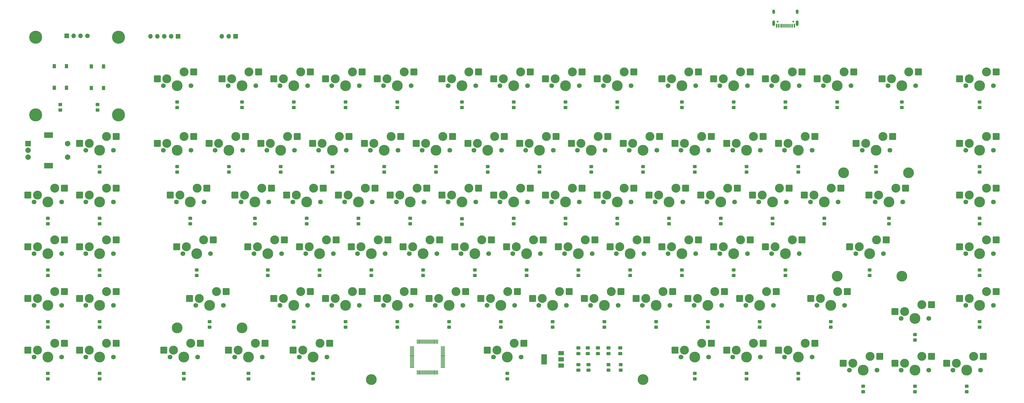
<source format=gbs>
G04 #@! TF.GenerationSoftware,KiCad,Pcbnew,(6.0.11)*
G04 #@! TF.CreationDate,2023-03-01T19:49:01+07:00*
G04 #@! TF.ProjectId,QCK,51434b2e-6b69-4636-9164-5f7063625858,rev?*
G04 #@! TF.SameCoordinates,Original*
G04 #@! TF.FileFunction,Soldermask,Bot*
G04 #@! TF.FilePolarity,Negative*
%FSLAX46Y46*%
G04 Gerber Fmt 4.6, Leading zero omitted, Abs format (unit mm)*
G04 Created by KiCad (PCBNEW (6.0.11)) date 2023-03-01 19:49:01*
%MOMM*%
%LPD*%
G01*
G04 APERTURE LIST*
G04 Aperture macros list*
%AMRoundRect*
0 Rectangle with rounded corners*
0 $1 Rounding radius*
0 $2 $3 $4 $5 $6 $7 $8 $9 X,Y pos of 4 corners*
0 Add a 4 corners polygon primitive as box body*
4,1,4,$2,$3,$4,$5,$6,$7,$8,$9,$2,$3,0*
0 Add four circle primitives for the rounded corners*
1,1,$1+$1,$2,$3*
1,1,$1+$1,$4,$5*
1,1,$1+$1,$6,$7*
1,1,$1+$1,$8,$9*
0 Add four rect primitives between the rounded corners*
20,1,$1+$1,$2,$3,$4,$5,0*
20,1,$1+$1,$4,$5,$6,$7,0*
20,1,$1+$1,$6,$7,$8,$9,0*
20,1,$1+$1,$8,$9,$2,$3,0*%
G04 Aperture macros list end*
%ADD10R,1.700000X1.700000*%
%ADD11O,1.700000X1.700000*%
%ADD12C,1.700000*%
%ADD13C,4.800000*%
%ADD14R,2.000000X2.000000*%
%ADD15C,2.000000*%
%ADD16R,3.200000X2.000000*%
%ADD17RoundRect,0.250000X0.450000X-0.325000X0.450000X0.325000X-0.450000X0.325000X-0.450000X-0.325000X0*%
%ADD18C,3.987800*%
%ADD19C,1.750000*%
%ADD20RoundRect,0.250000X1.025000X1.000000X-1.025000X1.000000X-1.025000X-1.000000X1.025000X-1.000000X0*%
%ADD21C,3.300000*%
%ADD22R,1.300000X1.550000*%
%ADD23R,2.000000X1.500000*%
%ADD24R,2.000000X3.800000*%
%ADD25RoundRect,0.075000X-0.700000X-0.075000X0.700000X-0.075000X0.700000X0.075000X-0.700000X0.075000X0*%
%ADD26RoundRect,0.075000X-0.075000X-0.700000X0.075000X-0.700000X0.075000X0.700000X-0.075000X0.700000X0*%
%ADD27RoundRect,0.250000X-0.450000X0.350000X-0.450000X-0.350000X0.450000X-0.350000X0.450000X0.350000X0*%
%ADD28RoundRect,0.250000X0.475000X-0.337500X0.475000X0.337500X-0.475000X0.337500X-0.475000X-0.337500X0*%
%ADD29C,0.650000*%
%ADD30R,0.600000X1.450000*%
%ADD31R,0.300000X1.450000*%
%ADD32O,1.000000X2.100000*%
%ADD33O,1.000000X1.600000*%
G04 APERTURE END LIST*
D10*
X22778125Y-3833743D03*
D11*
X25318125Y-3833743D03*
X27858125Y-3833743D03*
D12*
X30398125Y-3833743D03*
D13*
X11388125Y-4333743D03*
X41888125Y-4333743D03*
X11388125Y-32933743D03*
X41888125Y-32933743D03*
D10*
X63810000Y-3966243D03*
D11*
X61270000Y-3966243D03*
X58730000Y-3966243D03*
X56190000Y-3966243D03*
X53650000Y-3966243D03*
D10*
X84928750Y-3966243D03*
D11*
X82388750Y-3966243D03*
X79848750Y-3966243D03*
D14*
X8622500Y-43534993D03*
D15*
X8622500Y-48534993D03*
X8622500Y-46034993D03*
D16*
X16122500Y-40434993D03*
X16122500Y-51634993D03*
D15*
X23122500Y-48534993D03*
X23122500Y-43534993D03*
D17*
X334960000Y-135022493D03*
X334960000Y-132972493D03*
X168272500Y-73253743D03*
X168272500Y-71203743D03*
D18*
X273047500Y-46034993D03*
D19*
X267967500Y-46034993D03*
X278127500Y-46034993D03*
D20*
X265687500Y-43494993D03*
D21*
X269237500Y-43494993D03*
D20*
X279137500Y-40954993D03*
D21*
X275587500Y-40954993D03*
D17*
X358772500Y-111209993D03*
X358772500Y-109159993D03*
D19*
X311465000Y-22222493D03*
X301305000Y-22222493D03*
D18*
X306385000Y-22222493D03*
D21*
X302575000Y-19682493D03*
D20*
X299025000Y-19682493D03*
D21*
X308925000Y-17142493D03*
D20*
X312475000Y-17142493D03*
D17*
X89691250Y-130259993D03*
X89691250Y-128209993D03*
D19*
X248917500Y-46034993D03*
D18*
X253997500Y-46034993D03*
D19*
X259077500Y-46034993D03*
D21*
X250187500Y-43494993D03*
D20*
X246637500Y-43494993D03*
X260087500Y-40954993D03*
D21*
X256537500Y-40954993D03*
D17*
X106360000Y-111209993D03*
X106360000Y-109159993D03*
D19*
X96517500Y-46034993D03*
D18*
X101597500Y-46034993D03*
D19*
X106677500Y-46034993D03*
D20*
X94237500Y-43494993D03*
D21*
X97787500Y-43494993D03*
D20*
X107687500Y-40954993D03*
D21*
X104137500Y-40954993D03*
D19*
X111440000Y-103184993D03*
X101280000Y-103184993D03*
D18*
X106360000Y-103184993D03*
D21*
X102550000Y-100644993D03*
D20*
X99000000Y-100644993D03*
X112450000Y-98104993D03*
D21*
X108900000Y-98104993D03*
D17*
X325435000Y-73109993D03*
X325435000Y-71059993D03*
D22*
X31864375Y-15067493D03*
X31864375Y-23017493D03*
X36364375Y-15067493D03*
X36364375Y-23017493D03*
D19*
X248917500Y-122234993D03*
D18*
X253997500Y-122234993D03*
D19*
X259077500Y-122234993D03*
D20*
X246637500Y-119694993D03*
D21*
X250187500Y-119694993D03*
D20*
X260087500Y-117154993D03*
D21*
X256537500Y-117154993D03*
D18*
X65878750Y-122234993D03*
D19*
X70958750Y-122234993D03*
X60798750Y-122234993D03*
D20*
X58518750Y-119694993D03*
D21*
X62068750Y-119694993D03*
D20*
X71968750Y-117154993D03*
D21*
X68418750Y-117154993D03*
D18*
X139697500Y-46034993D03*
D19*
X144777500Y-46034993D03*
X134617500Y-46034993D03*
D21*
X135887500Y-43494993D03*
D20*
X132337500Y-43494993D03*
D21*
X142237500Y-40954993D03*
D20*
X145787500Y-40954993D03*
D17*
X334960000Y-115972493D03*
X334960000Y-113922493D03*
X15872500Y-111209993D03*
X15872500Y-109159993D03*
X287335000Y-92159993D03*
X287335000Y-90109993D03*
D19*
X163192500Y-65084993D03*
X173352500Y-65084993D03*
D18*
X168272500Y-65084993D03*
D21*
X164462500Y-62544993D03*
D20*
X160912500Y-62544993D03*
D21*
X170812500Y-60004993D03*
D20*
X174362500Y-60004993D03*
D17*
X187322500Y-73109993D03*
X187322500Y-71059993D03*
D19*
X325752500Y-46034993D03*
D18*
X320672500Y-46034993D03*
D19*
X315592500Y-46034993D03*
D20*
X313312500Y-43494993D03*
D21*
X316862500Y-43494993D03*
X323212500Y-40954993D03*
D20*
X326762500Y-40954993D03*
D19*
X10792500Y-84134993D03*
D18*
X15872500Y-84134993D03*
D19*
X20952500Y-84134993D03*
D21*
X12062500Y-81594993D03*
D20*
X8512500Y-81594993D03*
X21962500Y-79054993D03*
D21*
X18412500Y-79054993D03*
D18*
X34922500Y-46034993D03*
D19*
X29842500Y-46034993D03*
X40002500Y-46034993D03*
D18*
X34922500Y-46034993D03*
D21*
X31112500Y-43494993D03*
D20*
X27562500Y-43494993D03*
X41012500Y-40954993D03*
D21*
X37462500Y-40954993D03*
D19*
X75721250Y-84134993D03*
X65561250Y-84134993D03*
D18*
X70641250Y-84134993D03*
D21*
X66831250Y-81594993D03*
D20*
X63281250Y-81594993D03*
D21*
X73181250Y-79054993D03*
D20*
X76731250Y-79054993D03*
D17*
X244472500Y-73109993D03*
X244472500Y-71059993D03*
X220660000Y-111209993D03*
X220660000Y-109159993D03*
D19*
X353692500Y-84134993D03*
X363852500Y-84134993D03*
D18*
X358772500Y-84134993D03*
D21*
X354962500Y-81594993D03*
D20*
X351412500Y-81594993D03*
D21*
X361312500Y-79054993D03*
D20*
X364862500Y-79054993D03*
D17*
X34922500Y-73109993D03*
X34922500Y-71059993D03*
X318291250Y-92159993D03*
X318291250Y-90109993D03*
D18*
X234947500Y-130489993D03*
X134935000Y-130489993D03*
D17*
X211135000Y-92159993D03*
X211135000Y-90109993D03*
X173035000Y-92159993D03*
X173035000Y-90109993D03*
D18*
X273047500Y-122234993D03*
D19*
X278127500Y-122234993D03*
X267967500Y-122234993D03*
D20*
X265687500Y-119694993D03*
D21*
X269237500Y-119694993D03*
X275587500Y-117154993D03*
D20*
X279137500Y-117154993D03*
D17*
X92072500Y-73109993D03*
X92072500Y-71059993D03*
D18*
X87310000Y-22222493D03*
D19*
X92390000Y-22222493D03*
X82230000Y-22222493D03*
D21*
X83500000Y-19682493D03*
D20*
X79950000Y-19682493D03*
X93400000Y-17142493D03*
D21*
X89850000Y-17142493D03*
D19*
X282255000Y-22222493D03*
D18*
X287335000Y-22222493D03*
D19*
X292415000Y-22222493D03*
D21*
X283525000Y-19682493D03*
D20*
X279975000Y-19682493D03*
D21*
X289875000Y-17142493D03*
D20*
X293425000Y-17142493D03*
D18*
X89691250Y-122234993D03*
D19*
X94771250Y-122234993D03*
X84611250Y-122234993D03*
D20*
X82331250Y-119694993D03*
D21*
X85881250Y-119694993D03*
X92231250Y-117154993D03*
D20*
X95781250Y-117154993D03*
D17*
X277810000Y-111209993D03*
X277810000Y-109159993D03*
D19*
X329880000Y-107947493D03*
X340040000Y-107947493D03*
D18*
X334960000Y-107947493D03*
D21*
X331150000Y-105407493D03*
D20*
X327600000Y-105407493D03*
D21*
X337500000Y-102867493D03*
D20*
X341050000Y-102867493D03*
D17*
X63497500Y-30247493D03*
X63497500Y-28197493D03*
D18*
X163510000Y-103184993D03*
D19*
X168590000Y-103184993D03*
X158430000Y-103184993D03*
D20*
X156150000Y-100644993D03*
D21*
X159700000Y-100644993D03*
X166050000Y-98104993D03*
D20*
X169600000Y-98104993D03*
D19*
X40002500Y-122234993D03*
D18*
X34922500Y-122234993D03*
D19*
X29842500Y-122234993D03*
D21*
X31112500Y-119694993D03*
D20*
X27562500Y-119694993D03*
X41012500Y-117154993D03*
D21*
X37462500Y-117154993D03*
D17*
X253997500Y-54059993D03*
X253997500Y-52009993D03*
D18*
X187322500Y-65084993D03*
D19*
X182242500Y-65084993D03*
X192402500Y-65084993D03*
D20*
X179962500Y-62544993D03*
D21*
X183512500Y-62544993D03*
X189862500Y-60004993D03*
D20*
X193412500Y-60004993D03*
D17*
X253997500Y-130259993D03*
X253997500Y-128209993D03*
X187322500Y-30247493D03*
X187322500Y-28197493D03*
X358772500Y-30247493D03*
X358772500Y-28197493D03*
D19*
X263205000Y-84134993D03*
X273365000Y-84134993D03*
D18*
X268285000Y-84134993D03*
D21*
X264475000Y-81594993D03*
D20*
X260925000Y-81594993D03*
D21*
X270825000Y-79054993D03*
D20*
X274375000Y-79054993D03*
D17*
X306385000Y-30247493D03*
X306385000Y-28197493D03*
X75403750Y-111209993D03*
X75403750Y-109159993D03*
X206372500Y-73109993D03*
X206372500Y-71059993D03*
D19*
X148905000Y-84134993D03*
X159065000Y-84134993D03*
D18*
X153985000Y-84134993D03*
D21*
X150175000Y-81594993D03*
D20*
X146625000Y-81594993D03*
D21*
X156525000Y-79054993D03*
D20*
X160075000Y-79054993D03*
D23*
X204760000Y-120728743D03*
D24*
X198460000Y-123028743D03*
D23*
X204760000Y-123028743D03*
X204760000Y-125328743D03*
D18*
X211135000Y-84134993D03*
D19*
X206055000Y-84134993D03*
X216215000Y-84134993D03*
D21*
X207325000Y-81594993D03*
D20*
X203775000Y-81594993D03*
D21*
X213675000Y-79054993D03*
D20*
X217225000Y-79054993D03*
D19*
X225105000Y-84134993D03*
D18*
X230185000Y-84134993D03*
D19*
X235265000Y-84134993D03*
D21*
X226375000Y-81594993D03*
D20*
X222825000Y-81594993D03*
D21*
X232725000Y-79054993D03*
D20*
X236275000Y-79054993D03*
D19*
X20952500Y-122234993D03*
X10792500Y-122234993D03*
D18*
X15872500Y-122234993D03*
D20*
X8512500Y-119694993D03*
D21*
X12062500Y-119694993D03*
D20*
X21962500Y-117154993D03*
D21*
X18412500Y-117154993D03*
D17*
X115885000Y-92159993D03*
X115885000Y-90109993D03*
D18*
X34922500Y-65084993D03*
D19*
X40002500Y-65084993D03*
X29842500Y-65084993D03*
D20*
X27562500Y-62544993D03*
D21*
X31112500Y-62544993D03*
X37462500Y-60004993D03*
D20*
X41012500Y-60004993D03*
D19*
X182242500Y-22222493D03*
D18*
X187322500Y-22222493D03*
D19*
X192402500Y-22222493D03*
D20*
X179962500Y-19682493D03*
D21*
X183512500Y-19682493D03*
D20*
X193412500Y-17142493D03*
D21*
X189862500Y-17142493D03*
D19*
X254315000Y-84134993D03*
D18*
X249235000Y-84134993D03*
D19*
X244155000Y-84134993D03*
D21*
X245425000Y-81594993D03*
D20*
X241875000Y-81594993D03*
D21*
X251775000Y-79054993D03*
D20*
X255325000Y-79054993D03*
D18*
X304003750Y-103184993D03*
D19*
X298923750Y-103184993D03*
X309083750Y-103184993D03*
D21*
X300193750Y-100644993D03*
D20*
X296643750Y-100644993D03*
D21*
X306543750Y-98104993D03*
D20*
X310093750Y-98104993D03*
D25*
X149897500Y-125984993D03*
X149897500Y-125484993D03*
X149897500Y-124984993D03*
X149897500Y-124484993D03*
X149897500Y-123984993D03*
X149897500Y-123484993D03*
X149897500Y-122984993D03*
X149897500Y-122484993D03*
X149897500Y-121984993D03*
X149897500Y-121484993D03*
X149897500Y-120984993D03*
X149897500Y-120484993D03*
X149897500Y-119984993D03*
X149897500Y-119484993D03*
X149897500Y-118984993D03*
X149897500Y-118484993D03*
D26*
X151822500Y-116559993D03*
X152322500Y-116559993D03*
X152822500Y-116559993D03*
X153322500Y-116559993D03*
X153822500Y-116559993D03*
X154322500Y-116559993D03*
X154822500Y-116559993D03*
X155322500Y-116559993D03*
X155822500Y-116559993D03*
X156322500Y-116559993D03*
X156822500Y-116559993D03*
X157322500Y-116559993D03*
X157822500Y-116559993D03*
X158322500Y-116559993D03*
X158822500Y-116559993D03*
X159322500Y-116559993D03*
D25*
X161247500Y-118484993D03*
X161247500Y-118984993D03*
X161247500Y-119484993D03*
X161247500Y-119984993D03*
X161247500Y-120484993D03*
X161247500Y-120984993D03*
X161247500Y-121484993D03*
X161247500Y-121984993D03*
X161247500Y-122484993D03*
X161247500Y-122984993D03*
X161247500Y-123484993D03*
X161247500Y-123984993D03*
X161247500Y-124484993D03*
X161247500Y-124984993D03*
X161247500Y-125484993D03*
X161247500Y-125984993D03*
D26*
X159322500Y-127909993D03*
X158822500Y-127909993D03*
X158322500Y-127909993D03*
X157822500Y-127909993D03*
X157322500Y-127909993D03*
X156822500Y-127909993D03*
X156322500Y-127909993D03*
X155822500Y-127909993D03*
X155322500Y-127909993D03*
X154822500Y-127909993D03*
X154322500Y-127909993D03*
X153822500Y-127909993D03*
X153322500Y-127909993D03*
X152822500Y-127909993D03*
X152322500Y-127909993D03*
X151822500Y-127909993D03*
D17*
X70641250Y-92159993D03*
X70641250Y-90109993D03*
X34922500Y-130259993D03*
X34922500Y-128209993D03*
X125410000Y-111209993D03*
X125410000Y-109159993D03*
D27*
X222247500Y-124997493D03*
X222247500Y-126997493D03*
D17*
X196847500Y-54059993D03*
X196847500Y-52009993D03*
D18*
X63497500Y-46034993D03*
D19*
X68577500Y-46034993D03*
X58417500Y-46034993D03*
D20*
X56137500Y-43494993D03*
D21*
X59687500Y-43494993D03*
X66037500Y-40954993D03*
D20*
X69587500Y-40954993D03*
D18*
X358772500Y-22222493D03*
D19*
X353692500Y-22222493D03*
X363852500Y-22222493D03*
D21*
X354962500Y-19682493D03*
D20*
X351412500Y-19682493D03*
D21*
X361312500Y-17142493D03*
D20*
X364862500Y-17142493D03*
D18*
X168272500Y-22222493D03*
D19*
X163192500Y-22222493D03*
X173352500Y-22222493D03*
D21*
X164462500Y-19682493D03*
D20*
X160912500Y-19682493D03*
X174362500Y-17142493D03*
D21*
X170812500Y-17142493D03*
D19*
X325117500Y-22222493D03*
D18*
X330197500Y-22222493D03*
D19*
X335277500Y-22222493D03*
D21*
X326387500Y-19682493D03*
D20*
X322837500Y-19682493D03*
D21*
X332737500Y-17142493D03*
D20*
X336287500Y-17142493D03*
D19*
X91755000Y-84134993D03*
X101915000Y-84134993D03*
D18*
X96835000Y-84134993D03*
D21*
X93025000Y-81594993D03*
D20*
X89475000Y-81594993D03*
D21*
X99375000Y-79054993D03*
D20*
X102925000Y-79054993D03*
D17*
X106360000Y-30247493D03*
X106360000Y-28197493D03*
D18*
X263522500Y-65084993D03*
D19*
X268602500Y-65084993D03*
X258442500Y-65084993D03*
D20*
X256162500Y-62544993D03*
D21*
X259712500Y-62544993D03*
X266062500Y-60004993D03*
D20*
X269612500Y-60004993D03*
D18*
X206372500Y-22222493D03*
D19*
X211452500Y-22222493D03*
X201292500Y-22222493D03*
D20*
X199012500Y-19682493D03*
D21*
X202562500Y-19682493D03*
D20*
X212462500Y-17142493D03*
D21*
X208912500Y-17142493D03*
D17*
X268285000Y-30247493D03*
X268285000Y-28197493D03*
X149222500Y-73109993D03*
X149222500Y-71059993D03*
D19*
X230502500Y-65084993D03*
X220342500Y-65084993D03*
D18*
X225422500Y-65084993D03*
D20*
X218062500Y-62544993D03*
D21*
X221612500Y-62544993D03*
D20*
X231512500Y-60004993D03*
D21*
X227962500Y-60004993D03*
D17*
X358772500Y-92159993D03*
X358772500Y-90109993D03*
D19*
X313211250Y-84134993D03*
X323371250Y-84134993D03*
D18*
X318291250Y-84134993D03*
D20*
X310931250Y-81594993D03*
D21*
X314481250Y-81594993D03*
D20*
X324381250Y-79054993D03*
D21*
X320831250Y-79054993D03*
D17*
X249235000Y-92159993D03*
X249235000Y-90109993D03*
X263522500Y-73109993D03*
X263522500Y-71059993D03*
D28*
X222247500Y-120891243D03*
X222247500Y-118816243D03*
D18*
X358772500Y-46034993D03*
D19*
X353692500Y-46034993D03*
X363852500Y-46034993D03*
D21*
X354962500Y-43494993D03*
D20*
X351412500Y-43494993D03*
X364862500Y-40954993D03*
D21*
X361312500Y-40954993D03*
D18*
X330197500Y-92389993D03*
X306385000Y-92389993D03*
D27*
X226672500Y-124997493D03*
X226672500Y-126997493D03*
D17*
X273047500Y-130259993D03*
X273047500Y-128209993D03*
X292097500Y-130259993D03*
X292097500Y-128209993D03*
D19*
X310830000Y-126997493D03*
D18*
X315910000Y-126997493D03*
D19*
X320990000Y-126997493D03*
D20*
X308550000Y-124457493D03*
D21*
X312100000Y-124457493D03*
X318450000Y-121917493D03*
D20*
X322000000Y-121917493D03*
D19*
X297177500Y-122234993D03*
D18*
X292097500Y-122234993D03*
D19*
X287017500Y-122234993D03*
D21*
X288287500Y-119694993D03*
D20*
X284737500Y-119694993D03*
X298187500Y-117154993D03*
D21*
X294637500Y-117154993D03*
D18*
X111122500Y-65084993D03*
D19*
X116202500Y-65084993D03*
X106042500Y-65084993D03*
D21*
X107312500Y-62544993D03*
D20*
X103762500Y-62544993D03*
X117212500Y-60004993D03*
D21*
X113662500Y-60004993D03*
D19*
X220342500Y-22222493D03*
D18*
X225422500Y-22222493D03*
D19*
X230502500Y-22222493D03*
D21*
X221612500Y-19682493D03*
D20*
X218062500Y-19682493D03*
D21*
X227962500Y-17142493D03*
D20*
X231512500Y-17142493D03*
D19*
X86992500Y-65084993D03*
X97152500Y-65084993D03*
D18*
X92072500Y-65084993D03*
D21*
X88262500Y-62544993D03*
D20*
X84712500Y-62544993D03*
X98162500Y-60004993D03*
D21*
X94612500Y-60004993D03*
D17*
X358772500Y-54059993D03*
X358772500Y-52009993D03*
X130172500Y-73109993D03*
X130172500Y-71059993D03*
D19*
X63180000Y-65084993D03*
X73340000Y-65084993D03*
D18*
X68260000Y-65084993D03*
D20*
X60900000Y-62544993D03*
D21*
X64450000Y-62544993D03*
X70800000Y-60004993D03*
D20*
X74350000Y-60004993D03*
D17*
X113503750Y-130259993D03*
X113503750Y-128209993D03*
D19*
X179861250Y-122234993D03*
D18*
X184941250Y-122234993D03*
D19*
X190021250Y-122234993D03*
D21*
X181131250Y-119694993D03*
D20*
X177581250Y-119694993D03*
D21*
X187481250Y-117154993D03*
D20*
X191031250Y-117154993D03*
D17*
X144460000Y-111209993D03*
X144460000Y-109159993D03*
X282572500Y-73109993D03*
X282572500Y-71059993D03*
D19*
X187005000Y-84134993D03*
X197165000Y-84134993D03*
D18*
X192085000Y-84134993D03*
D21*
X188275000Y-81594993D03*
D20*
X184725000Y-81594993D03*
D21*
X194625000Y-79054993D03*
D20*
X198175000Y-79054993D03*
D17*
X34922500Y-54059993D03*
X34922500Y-52009993D03*
D28*
X214860000Y-127034993D03*
X214860000Y-124959993D03*
D17*
X320672500Y-54059993D03*
X320672500Y-52009993D03*
X120647500Y-54059993D03*
X120647500Y-52009993D03*
X268285000Y-92159993D03*
X268285000Y-90109993D03*
D19*
X177480000Y-103184993D03*
X187640000Y-103184993D03*
D18*
X182560000Y-103184993D03*
D20*
X175200000Y-100644993D03*
D21*
X178750000Y-100644993D03*
D20*
X188650000Y-98104993D03*
D21*
X185100000Y-98104993D03*
D17*
X111122500Y-73109993D03*
X111122500Y-71059993D03*
D28*
X218278750Y-120891243D03*
X218278750Y-118816243D03*
D19*
X234630000Y-103184993D03*
D18*
X239710000Y-103184993D03*
D19*
X244790000Y-103184993D03*
D21*
X235900000Y-100644993D03*
D20*
X232350000Y-100644993D03*
D21*
X242250000Y-98104993D03*
D20*
X245800000Y-98104993D03*
D19*
X125727500Y-46034993D03*
X115567500Y-46034993D03*
D18*
X120647500Y-46034993D03*
D21*
X116837500Y-43494993D03*
D20*
X113287500Y-43494993D03*
X126737500Y-40954993D03*
D21*
X123187500Y-40954993D03*
D17*
X65878750Y-130259993D03*
X65878750Y-128209993D03*
X125410000Y-30247493D03*
X125410000Y-28197493D03*
D19*
X149540000Y-103184993D03*
X139380000Y-103184993D03*
D18*
X144460000Y-103184993D03*
D21*
X140650000Y-100644993D03*
D20*
X137100000Y-100644993D03*
D21*
X147000000Y-98104993D03*
D20*
X150550000Y-98104993D03*
D17*
X163510000Y-111209993D03*
X163510000Y-109159993D03*
X63497500Y-54059993D03*
X63497500Y-52009993D03*
X239710000Y-111209993D03*
X239710000Y-109159993D03*
D18*
X308766250Y-54289993D03*
X332578750Y-54289993D03*
D17*
X225422500Y-30247493D03*
X225422500Y-28197493D03*
D19*
X296542500Y-65084993D03*
X306702500Y-65084993D03*
D18*
X301622500Y-65084993D03*
D21*
X297812500Y-62544993D03*
D20*
X294262500Y-62544993D03*
X307712500Y-60004993D03*
D21*
X304162500Y-60004993D03*
D17*
X287335000Y-30247493D03*
X287335000Y-28197493D03*
X158747500Y-54059993D03*
X158747500Y-52009993D03*
X206372500Y-30247493D03*
X206372500Y-28197493D03*
X82547500Y-54059993D03*
X82547500Y-52009993D03*
X34922500Y-111209993D03*
X34922500Y-109159993D03*
X225422500Y-73109993D03*
X225422500Y-71059993D03*
X34922500Y-92159993D03*
X34922500Y-90109993D03*
D18*
X258760000Y-103184993D03*
D19*
X253680000Y-103184993D03*
X263840000Y-103184993D03*
D21*
X254950000Y-100644993D03*
D20*
X251400000Y-100644993D03*
X264850000Y-98104993D03*
D21*
X261300000Y-98104993D03*
D19*
X320355000Y-65084993D03*
X330515000Y-65084993D03*
D18*
X325435000Y-65084993D03*
D21*
X321625000Y-62544993D03*
D20*
X318075000Y-62544993D03*
X331525000Y-60004993D03*
D21*
X327975000Y-60004993D03*
D17*
X304003750Y-111209993D03*
X304003750Y-109159993D03*
D19*
X277492500Y-65084993D03*
D18*
X282572500Y-65084993D03*
D19*
X287652500Y-65084993D03*
D20*
X275212500Y-62544993D03*
D21*
X278762500Y-62544993D03*
X285112500Y-60004993D03*
D20*
X288662500Y-60004993D03*
D18*
X130172500Y-65084993D03*
D19*
X125092500Y-65084993D03*
X135252500Y-65084993D03*
D21*
X126362500Y-62544993D03*
D20*
X122812500Y-62544993D03*
X136262500Y-60004993D03*
D21*
X132712500Y-60004993D03*
D27*
X34134375Y-29142493D03*
X34134375Y-31142493D03*
D19*
X220977500Y-46034993D03*
D18*
X215897500Y-46034993D03*
D19*
X210817500Y-46034993D03*
D21*
X212087500Y-43494993D03*
D20*
X208537500Y-43494993D03*
X221987500Y-40954993D03*
D21*
X218437500Y-40954993D03*
D17*
X182560000Y-111209993D03*
X182560000Y-109159993D03*
D19*
X10792500Y-103184993D03*
D18*
X15872500Y-103184993D03*
D19*
X20952500Y-103184993D03*
D21*
X12062500Y-100644993D03*
D20*
X8512500Y-100644993D03*
D21*
X18412500Y-98104993D03*
D20*
X21962500Y-98104993D03*
D18*
X134935000Y-84134993D03*
D19*
X140015000Y-84134993D03*
X129855000Y-84134993D03*
D21*
X131125000Y-81594993D03*
D20*
X127575000Y-81594993D03*
D21*
X137475000Y-79054993D03*
D20*
X141025000Y-79054993D03*
D18*
X358772500Y-103184993D03*
D19*
X353692500Y-103184993D03*
X363852500Y-103184993D03*
D20*
X351412500Y-100644993D03*
D21*
X354962500Y-100644993D03*
D20*
X364862500Y-98104993D03*
D21*
X361312500Y-98104993D03*
D17*
X201610000Y-111209993D03*
X201610000Y-109159993D03*
X153985000Y-92159993D03*
X153985000Y-90109993D03*
D18*
X234947500Y-46034993D03*
D19*
X229867500Y-46034993D03*
X240027500Y-46034993D03*
D20*
X227587500Y-43494993D03*
D21*
X231137500Y-43494993D03*
X237487500Y-40954993D03*
D20*
X241037500Y-40954993D03*
D19*
X297177500Y-46034993D03*
D18*
X292097500Y-46034993D03*
D19*
X287017500Y-46034993D03*
D21*
X288287500Y-43494993D03*
D20*
X284737500Y-43494993D03*
D21*
X294637500Y-40954993D03*
D20*
X298187500Y-40954993D03*
D28*
X226553750Y-120891243D03*
X226553750Y-118816243D03*
D18*
X277810000Y-103184993D03*
D19*
X282890000Y-103184993D03*
X272730000Y-103184993D03*
D20*
X270450000Y-100644993D03*
D21*
X274000000Y-100644993D03*
X280350000Y-98104993D03*
D20*
X283900000Y-98104993D03*
D29*
X284445000Y1371257D03*
X290225000Y1371257D03*
D30*
X284085000Y-73743D03*
X284885000Y-73743D03*
D31*
X286085000Y-73743D03*
X287085000Y-73743D03*
X287585000Y-73743D03*
X288585000Y-73743D03*
D30*
X289785000Y-73743D03*
X290585000Y-73743D03*
X290585000Y-73743D03*
X289785000Y-73743D03*
D31*
X289085000Y-73743D03*
X288085000Y-73743D03*
X286585000Y-73743D03*
X285585000Y-73743D03*
D30*
X284885000Y-73743D03*
X284085000Y-73743D03*
D32*
X283015000Y841257D03*
D33*
X283015000Y5021257D03*
D32*
X291655000Y841257D03*
D33*
X291655000Y5021257D03*
D19*
X68577500Y-22222493D03*
X58417500Y-22222493D03*
D18*
X63497500Y-22222493D03*
D20*
X56137500Y-19682493D03*
D21*
X59687500Y-19682493D03*
X66037500Y-17142493D03*
D20*
X69587500Y-17142493D03*
D27*
X20484375Y-29159993D03*
X20484375Y-31159993D03*
D19*
X244155000Y-22222493D03*
D18*
X249235000Y-22222493D03*
D19*
X254315000Y-22222493D03*
D20*
X241875000Y-19682493D03*
D21*
X245425000Y-19682493D03*
D20*
X255325000Y-17142493D03*
D21*
X251775000Y-17142493D03*
D28*
X211135000Y-127034993D03*
X211135000Y-124959993D03*
D17*
X139697500Y-54059993D03*
X139697500Y-52009993D03*
D18*
X63497500Y-111439993D03*
X87310000Y-111439993D03*
D17*
X315910000Y-135022493D03*
X315910000Y-132972493D03*
D19*
X201292500Y-65084993D03*
X211452500Y-65084993D03*
D18*
X206372500Y-65084993D03*
D21*
X202562500Y-62544993D03*
D20*
X199012500Y-62544993D03*
D21*
X208912500Y-60004993D03*
D20*
X212462500Y-60004993D03*
D19*
X130490000Y-103184993D03*
D18*
X125410000Y-103184993D03*
D19*
X120330000Y-103184993D03*
D20*
X118050000Y-100644993D03*
D21*
X121600000Y-100644993D03*
X127950000Y-98104993D03*
D20*
X131500000Y-98104993D03*
D18*
X144460000Y-22222493D03*
D19*
X139380000Y-22222493D03*
X149540000Y-22222493D03*
D20*
X137100000Y-19682493D03*
D21*
X140650000Y-19682493D03*
X147000000Y-17142493D03*
D20*
X150550000Y-17142493D03*
D17*
X258760000Y-111209993D03*
X258760000Y-109159993D03*
D22*
X18254375Y-14997493D03*
X18254375Y-22947493D03*
X22754375Y-22947493D03*
X22754375Y-14997493D03*
D17*
X273047500Y-54059993D03*
X273047500Y-52009993D03*
D28*
X211135000Y-120891243D03*
X211135000Y-118816243D03*
D19*
X178115000Y-84134993D03*
X167955000Y-84134993D03*
D18*
X173035000Y-84134993D03*
D21*
X169225000Y-81594993D03*
D20*
X165675000Y-81594993D03*
D21*
X175575000Y-79054993D03*
D20*
X179125000Y-79054993D03*
D19*
X329880000Y-126997493D03*
X340040000Y-126997493D03*
D18*
X334960000Y-126997493D03*
D21*
X331150000Y-124457493D03*
D20*
X327600000Y-124457493D03*
X341050000Y-121917493D03*
D21*
X337500000Y-121917493D03*
D18*
X113503750Y-122234993D03*
D19*
X118583750Y-122234993D03*
X108423750Y-122234993D03*
D20*
X106143750Y-119694993D03*
D21*
X109693750Y-119694993D03*
D20*
X119593750Y-117154993D03*
D21*
X116043750Y-117154993D03*
D17*
X215897500Y-54059993D03*
X215897500Y-52009993D03*
X184941250Y-130259993D03*
X184941250Y-128209993D03*
X354010000Y-135022493D03*
X354010000Y-132972493D03*
X301622500Y-73109993D03*
X301622500Y-71059993D03*
D19*
X348930000Y-126997493D03*
X359090000Y-126997493D03*
D18*
X354010000Y-126997493D03*
D20*
X346650000Y-124457493D03*
D21*
X350200000Y-124457493D03*
D20*
X360100000Y-121917493D03*
D21*
X356550000Y-121917493D03*
D19*
X70323750Y-103184993D03*
D18*
X75403750Y-103184993D03*
D19*
X80483750Y-103184993D03*
D21*
X71593750Y-100644993D03*
D20*
X68043750Y-100644993D03*
D21*
X77943750Y-98104993D03*
D20*
X81493750Y-98104993D03*
D17*
X292097500Y-54059993D03*
X292097500Y-52009993D03*
D19*
X120330000Y-22222493D03*
X130490000Y-22222493D03*
D18*
X125410000Y-22222493D03*
D20*
X118050000Y-19682493D03*
D21*
X121600000Y-19682493D03*
X127950000Y-17142493D03*
D20*
X131500000Y-17142493D03*
D17*
X96835000Y-92159993D03*
X96835000Y-90109993D03*
X101597500Y-54059993D03*
X101597500Y-52009993D03*
X177797500Y-54059993D03*
X177797500Y-52009993D03*
D19*
X40002500Y-84134993D03*
X29842500Y-84134993D03*
D18*
X34922500Y-84134993D03*
D20*
X27562500Y-81594993D03*
D21*
X31112500Y-81594993D03*
X37462500Y-79054993D03*
D20*
X41012500Y-79054993D03*
D17*
X68260000Y-73109993D03*
X68260000Y-71059993D03*
X249235000Y-30247493D03*
X249235000Y-28197493D03*
X230185000Y-92159993D03*
X230185000Y-90109993D03*
X358772500Y-73109993D03*
X358772500Y-71059993D03*
D18*
X177797500Y-46034993D03*
D19*
X172717500Y-46034993D03*
X182877500Y-46034993D03*
D21*
X173987500Y-43494993D03*
D20*
X170437500Y-43494993D03*
X183887500Y-40954993D03*
D21*
X180337500Y-40954993D03*
D19*
X263205000Y-22222493D03*
D18*
X268285000Y-22222493D03*
D19*
X273365000Y-22222493D03*
D20*
X260925000Y-19682493D03*
D21*
X264475000Y-19682493D03*
D20*
X274375000Y-17142493D03*
D21*
X270825000Y-17142493D03*
D17*
X134935000Y-92159993D03*
X134935000Y-90109993D03*
D19*
X120965000Y-84134993D03*
D18*
X115885000Y-84134993D03*
D19*
X110805000Y-84134993D03*
D21*
X112075000Y-81594993D03*
D20*
X108525000Y-81594993D03*
D21*
X118425000Y-79054993D03*
D20*
X121975000Y-79054993D03*
D19*
X77467500Y-46034993D03*
X87627500Y-46034993D03*
D18*
X82547500Y-46034993D03*
D20*
X75187500Y-43494993D03*
D21*
X78737500Y-43494993D03*
X85087500Y-40954993D03*
D20*
X88637500Y-40954993D03*
D19*
X196530000Y-103184993D03*
X206690000Y-103184993D03*
D18*
X201610000Y-103184993D03*
D21*
X197800000Y-100644993D03*
D20*
X194250000Y-100644993D03*
X207700000Y-98104993D03*
D21*
X204150000Y-98104993D03*
D17*
X15872500Y-73109993D03*
X15872500Y-71059993D03*
X168272500Y-30247493D03*
X168272500Y-28197493D03*
D19*
X101280000Y-22222493D03*
X111440000Y-22222493D03*
D18*
X106360000Y-22222493D03*
D21*
X102550000Y-19682493D03*
D20*
X99000000Y-19682493D03*
D21*
X108900000Y-17142493D03*
D20*
X112450000Y-17142493D03*
D28*
X214597500Y-120891243D03*
X214597500Y-118816243D03*
D19*
X215580000Y-103184993D03*
D18*
X220660000Y-103184993D03*
D19*
X225740000Y-103184993D03*
D21*
X216850000Y-100644993D03*
D20*
X213300000Y-100644993D03*
D21*
X223200000Y-98104993D03*
D20*
X226750000Y-98104993D03*
D19*
X153667500Y-46034993D03*
D18*
X158747500Y-46034993D03*
D19*
X163827500Y-46034993D03*
D20*
X151387500Y-43494993D03*
D21*
X154937500Y-43494993D03*
D20*
X164837500Y-40954993D03*
D21*
X161287500Y-40954993D03*
D18*
X149222500Y-65084993D03*
D19*
X144142500Y-65084993D03*
X154302500Y-65084993D03*
D21*
X145412500Y-62544993D03*
D20*
X141862500Y-62544993D03*
X155312500Y-60004993D03*
D21*
X151762500Y-60004993D03*
D17*
X15872500Y-130259993D03*
X15872500Y-128209993D03*
D18*
X15872500Y-65084993D03*
D19*
X10792500Y-65084993D03*
X20952500Y-65084993D03*
D20*
X8512500Y-62544993D03*
D21*
X12062500Y-62544993D03*
X18412500Y-60004993D03*
D20*
X21962500Y-60004993D03*
D19*
X292415000Y-84134993D03*
X282255000Y-84134993D03*
D18*
X287335000Y-84134993D03*
D20*
X279975000Y-81594993D03*
D21*
X283525000Y-81594993D03*
X289875000Y-79054993D03*
D20*
X293425000Y-79054993D03*
D19*
X29842500Y-103184993D03*
D18*
X34922500Y-103184993D03*
D19*
X40002500Y-103184993D03*
D21*
X31112500Y-100644993D03*
D20*
X27562500Y-100644993D03*
D21*
X37462500Y-98104993D03*
D20*
X41012500Y-98104993D03*
D19*
X353692500Y-65084993D03*
X363852500Y-65084993D03*
D18*
X358772500Y-65084993D03*
D21*
X354962500Y-62544993D03*
D20*
X351412500Y-62544993D03*
X364862500Y-60004993D03*
D21*
X361312500Y-60004993D03*
D19*
X239392500Y-65084993D03*
X249552500Y-65084993D03*
D18*
X244472500Y-65084993D03*
D21*
X240662500Y-62544993D03*
D20*
X237112500Y-62544993D03*
X250562500Y-60004993D03*
D21*
X247012500Y-60004993D03*
D17*
X234947500Y-54059993D03*
X234947500Y-52009993D03*
X144460000Y-30247493D03*
X144460000Y-28197493D03*
X330197500Y-30247493D03*
X330197500Y-28197493D03*
D19*
X201927500Y-46034993D03*
X191767500Y-46034993D03*
D18*
X196847500Y-46034993D03*
D20*
X189487500Y-43494993D03*
D21*
X193037500Y-43494993D03*
X199387500Y-40954993D03*
D20*
X202937500Y-40954993D03*
D17*
X192085000Y-92159993D03*
X192085000Y-90109993D03*
X87310000Y-30247493D03*
X87310000Y-28197493D03*
X15872500Y-92159993D03*
X15872500Y-90109993D03*
M02*

</source>
